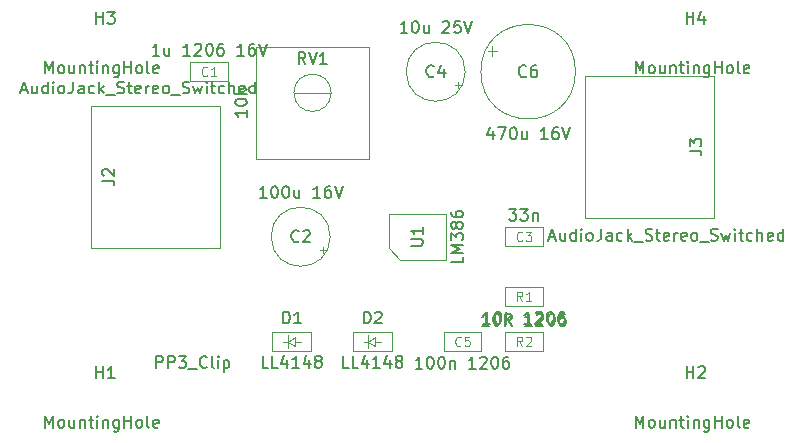
<source format=gbr>
G04 #@! TF.GenerationSoftware,KiCad,Pcbnew,(5.1.5-0-10_14)*
G04 #@! TF.CreationDate,2020-02-11T13:30:23+00:00*
G04 #@! TF.ProjectId,K1889054_A2000_01,4b313838-3930-4353-945f-41323030305f,1.0*
G04 #@! TF.SameCoordinates,Original*
G04 #@! TF.FileFunction,Other,Fab,Top*
%FSLAX46Y46*%
G04 Gerber Fmt 4.6, Leading zero omitted, Abs format (unit mm)*
G04 Created by KiCad (PCBNEW (5.1.5-0-10_14)) date 2020-02-11 13:30:23*
%MOMM*%
%LPD*%
G04 APERTURE LIST*
%ADD10C,0.100000*%
%ADD11C,0.120000*%
%ADD12C,0.150000*%
G04 APERTURE END LIST*
D10*
X129300000Y-104465000D02*
X129300000Y-101540000D01*
X129300000Y-101540000D02*
X134200000Y-101540000D01*
X134200000Y-101540000D02*
X134200000Y-105440000D01*
X134200000Y-105440000D02*
X130275000Y-105440000D01*
X130275000Y-105440000D02*
X129300000Y-104465000D01*
D11*
X104114800Y-104404400D02*
X104140200Y-92415600D01*
X115011400Y-104404400D02*
X104114800Y-104404400D01*
X115011400Y-92415600D02*
X115011400Y-104404400D01*
X104140200Y-92415600D02*
X115011400Y-92415600D01*
D10*
X138093241Y-87372500D02*
X138093241Y-88172500D01*
X137693241Y-87772500D02*
X138493241Y-87772500D01*
X145120000Y-89520000D02*
G75*
G03X145120000Y-89520000I-4000000J0D01*
G01*
X124435000Y-91301000D02*
G75*
G03X124435000Y-91301000I-1575000J0D01*
G01*
X127625000Y-87410000D02*
X118095000Y-87410000D01*
X118095000Y-87410000D02*
X118095000Y-96940000D01*
X118095000Y-96940000D02*
X127625000Y-96940000D01*
X127625000Y-96940000D02*
X127625000Y-87410000D01*
X121300000Y-91301000D02*
X124419000Y-91301000D01*
X121300000Y-91301000D02*
X124419000Y-91301000D01*
X139170000Y-111580000D02*
X142370000Y-111580000D01*
X139170000Y-113180000D02*
X139170000Y-111580000D01*
X142370000Y-113180000D02*
X139170000Y-113180000D01*
X142370000Y-111580000D02*
X142370000Y-113180000D01*
X142370000Y-109370000D02*
X139170000Y-109370000D01*
X142370000Y-107770000D02*
X142370000Y-109370000D01*
X139170000Y-107770000D02*
X142370000Y-107770000D01*
X139170000Y-109370000D02*
X139170000Y-107770000D01*
D11*
X156845200Y-89875600D02*
X156819800Y-101864400D01*
X145948600Y-89875600D02*
X156845200Y-89875600D01*
X145948600Y-101864400D02*
X145948600Y-89875600D01*
X156819800Y-101864400D02*
X145948600Y-101864400D01*
D10*
X127190000Y-112380000D02*
X127590000Y-112380000D01*
X127590000Y-112380000D02*
X127590000Y-111830000D01*
X127590000Y-112380000D02*
X127590000Y-112930000D01*
X127590000Y-112380000D02*
X128190000Y-111980000D01*
X128190000Y-111980000D02*
X128190000Y-112780000D01*
X128190000Y-112780000D02*
X127590000Y-112380000D01*
X128190000Y-112380000D02*
X128690000Y-112380000D01*
X126290000Y-111580000D02*
X129590000Y-111580000D01*
X126290000Y-113180000D02*
X126290000Y-111580000D01*
X129590000Y-113180000D02*
X126290000Y-113180000D01*
X129590000Y-111580000D02*
X129590000Y-113180000D01*
X120360000Y-112380000D02*
X120760000Y-112380000D01*
X120760000Y-112380000D02*
X120760000Y-111830000D01*
X120760000Y-112380000D02*
X120760000Y-112930000D01*
X120760000Y-112380000D02*
X121360000Y-111980000D01*
X121360000Y-111980000D02*
X121360000Y-112780000D01*
X121360000Y-112780000D02*
X120760000Y-112380000D01*
X121360000Y-112380000D02*
X121860000Y-112380000D01*
X119460000Y-111580000D02*
X122760000Y-111580000D01*
X119460000Y-113180000D02*
X119460000Y-111580000D01*
X122760000Y-113180000D02*
X119460000Y-113180000D01*
X122760000Y-111580000D02*
X122760000Y-113180000D01*
X137160000Y-113180000D02*
X133960000Y-113180000D01*
X137160000Y-111580000D02*
X137160000Y-113180000D01*
X133960000Y-111580000D02*
X137160000Y-111580000D01*
X133960000Y-113180000D02*
X133960000Y-111580000D01*
X135173605Y-90857500D02*
X135173605Y-90357500D01*
X135423605Y-90607500D02*
X134923605Y-90607500D01*
X135790000Y-89520000D02*
G75*
G03X135790000Y-89520000I-2500000J0D01*
G01*
X139170000Y-102690000D02*
X142370000Y-102690000D01*
X139170000Y-104290000D02*
X139170000Y-102690000D01*
X142370000Y-104290000D02*
X139170000Y-104290000D01*
X142370000Y-102690000D02*
X142370000Y-104290000D01*
X123743605Y-104827500D02*
X123743605Y-104327500D01*
X123993605Y-104577500D02*
X123493605Y-104577500D01*
X124360000Y-103490000D02*
G75*
G03X124360000Y-103490000I-2500000J0D01*
G01*
X112500000Y-88720000D02*
X115700000Y-88720000D01*
X112500000Y-90320000D02*
X112500000Y-88720000D01*
X115700000Y-90320000D02*
X112500000Y-90320000D01*
X115700000Y-88720000D02*
X115700000Y-90320000D01*
D12*
X135602380Y-105180476D02*
X135602380Y-105656666D01*
X134602380Y-105656666D01*
X135602380Y-104847142D02*
X134602380Y-104847142D01*
X135316666Y-104513809D01*
X134602380Y-104180476D01*
X135602380Y-104180476D01*
X134602380Y-103799523D02*
X134602380Y-103180476D01*
X134983333Y-103513809D01*
X134983333Y-103370952D01*
X135030952Y-103275714D01*
X135078571Y-103228095D01*
X135173809Y-103180476D01*
X135411904Y-103180476D01*
X135507142Y-103228095D01*
X135554761Y-103275714D01*
X135602380Y-103370952D01*
X135602380Y-103656666D01*
X135554761Y-103751904D01*
X135507142Y-103799523D01*
X135030952Y-102609047D02*
X134983333Y-102704285D01*
X134935714Y-102751904D01*
X134840476Y-102799523D01*
X134792857Y-102799523D01*
X134697619Y-102751904D01*
X134650000Y-102704285D01*
X134602380Y-102609047D01*
X134602380Y-102418571D01*
X134650000Y-102323333D01*
X134697619Y-102275714D01*
X134792857Y-102228095D01*
X134840476Y-102228095D01*
X134935714Y-102275714D01*
X134983333Y-102323333D01*
X135030952Y-102418571D01*
X135030952Y-102609047D01*
X135078571Y-102704285D01*
X135126190Y-102751904D01*
X135221428Y-102799523D01*
X135411904Y-102799523D01*
X135507142Y-102751904D01*
X135554761Y-102704285D01*
X135602380Y-102609047D01*
X135602380Y-102418571D01*
X135554761Y-102323333D01*
X135507142Y-102275714D01*
X135411904Y-102228095D01*
X135221428Y-102228095D01*
X135126190Y-102275714D01*
X135078571Y-102323333D01*
X135030952Y-102418571D01*
X134602380Y-101370952D02*
X134602380Y-101561428D01*
X134650000Y-101656666D01*
X134697619Y-101704285D01*
X134840476Y-101799523D01*
X135030952Y-101847142D01*
X135411904Y-101847142D01*
X135507142Y-101799523D01*
X135554761Y-101751904D01*
X135602380Y-101656666D01*
X135602380Y-101466190D01*
X135554761Y-101370952D01*
X135507142Y-101323333D01*
X135411904Y-101275714D01*
X135173809Y-101275714D01*
X135078571Y-101323333D01*
X135030952Y-101370952D01*
X134983333Y-101466190D01*
X134983333Y-101656666D01*
X135030952Y-101751904D01*
X135078571Y-101799523D01*
X135173809Y-101847142D01*
X131213333Y-104236666D02*
X132006666Y-104236666D01*
X132100000Y-104190000D01*
X132146666Y-104143333D01*
X132193333Y-104050000D01*
X132193333Y-103863333D01*
X132146666Y-103770000D01*
X132100000Y-103723333D01*
X132006666Y-103676666D01*
X131213333Y-103676666D01*
X132193333Y-102696666D02*
X132193333Y-103256666D01*
X132193333Y-102976666D02*
X131213333Y-102976666D01*
X131353333Y-103070000D01*
X131446666Y-103163333D01*
X131493333Y-103256666D01*
X98191428Y-91076666D02*
X98667619Y-91076666D01*
X98096190Y-91362380D02*
X98429523Y-90362380D01*
X98762857Y-91362380D01*
X99524761Y-90695714D02*
X99524761Y-91362380D01*
X99096190Y-90695714D02*
X99096190Y-91219523D01*
X99143809Y-91314761D01*
X99239047Y-91362380D01*
X99381904Y-91362380D01*
X99477142Y-91314761D01*
X99524761Y-91267142D01*
X100429523Y-91362380D02*
X100429523Y-90362380D01*
X100429523Y-91314761D02*
X100334285Y-91362380D01*
X100143809Y-91362380D01*
X100048571Y-91314761D01*
X100000952Y-91267142D01*
X99953333Y-91171904D01*
X99953333Y-90886190D01*
X100000952Y-90790952D01*
X100048571Y-90743333D01*
X100143809Y-90695714D01*
X100334285Y-90695714D01*
X100429523Y-90743333D01*
X100905714Y-91362380D02*
X100905714Y-90695714D01*
X100905714Y-90362380D02*
X100858095Y-90410000D01*
X100905714Y-90457619D01*
X100953333Y-90410000D01*
X100905714Y-90362380D01*
X100905714Y-90457619D01*
X101524761Y-91362380D02*
X101429523Y-91314761D01*
X101381904Y-91267142D01*
X101334285Y-91171904D01*
X101334285Y-90886190D01*
X101381904Y-90790952D01*
X101429523Y-90743333D01*
X101524761Y-90695714D01*
X101667619Y-90695714D01*
X101762857Y-90743333D01*
X101810476Y-90790952D01*
X101858095Y-90886190D01*
X101858095Y-91171904D01*
X101810476Y-91267142D01*
X101762857Y-91314761D01*
X101667619Y-91362380D01*
X101524761Y-91362380D01*
X102572380Y-90362380D02*
X102572380Y-91076666D01*
X102524761Y-91219523D01*
X102429523Y-91314761D01*
X102286666Y-91362380D01*
X102191428Y-91362380D01*
X103477142Y-91362380D02*
X103477142Y-90838571D01*
X103429523Y-90743333D01*
X103334285Y-90695714D01*
X103143809Y-90695714D01*
X103048571Y-90743333D01*
X103477142Y-91314761D02*
X103381904Y-91362380D01*
X103143809Y-91362380D01*
X103048571Y-91314761D01*
X103000952Y-91219523D01*
X103000952Y-91124285D01*
X103048571Y-91029047D01*
X103143809Y-90981428D01*
X103381904Y-90981428D01*
X103477142Y-90933809D01*
X104381904Y-91314761D02*
X104286666Y-91362380D01*
X104096190Y-91362380D01*
X104000952Y-91314761D01*
X103953333Y-91267142D01*
X103905714Y-91171904D01*
X103905714Y-90886190D01*
X103953333Y-90790952D01*
X104000952Y-90743333D01*
X104096190Y-90695714D01*
X104286666Y-90695714D01*
X104381904Y-90743333D01*
X104810476Y-91362380D02*
X104810476Y-90362380D01*
X104905714Y-90981428D02*
X105191428Y-91362380D01*
X105191428Y-90695714D02*
X104810476Y-91076666D01*
X105381904Y-91457619D02*
X106143809Y-91457619D01*
X106334285Y-91314761D02*
X106477142Y-91362380D01*
X106715238Y-91362380D01*
X106810476Y-91314761D01*
X106858095Y-91267142D01*
X106905714Y-91171904D01*
X106905714Y-91076666D01*
X106858095Y-90981428D01*
X106810476Y-90933809D01*
X106715238Y-90886190D01*
X106524761Y-90838571D01*
X106429523Y-90790952D01*
X106381904Y-90743333D01*
X106334285Y-90648095D01*
X106334285Y-90552857D01*
X106381904Y-90457619D01*
X106429523Y-90410000D01*
X106524761Y-90362380D01*
X106762857Y-90362380D01*
X106905714Y-90410000D01*
X107191428Y-90695714D02*
X107572380Y-90695714D01*
X107334285Y-90362380D02*
X107334285Y-91219523D01*
X107381904Y-91314761D01*
X107477142Y-91362380D01*
X107572380Y-91362380D01*
X108286666Y-91314761D02*
X108191428Y-91362380D01*
X108000952Y-91362380D01*
X107905714Y-91314761D01*
X107858095Y-91219523D01*
X107858095Y-90838571D01*
X107905714Y-90743333D01*
X108000952Y-90695714D01*
X108191428Y-90695714D01*
X108286666Y-90743333D01*
X108334285Y-90838571D01*
X108334285Y-90933809D01*
X107858095Y-91029047D01*
X108762857Y-91362380D02*
X108762857Y-90695714D01*
X108762857Y-90886190D02*
X108810476Y-90790952D01*
X108858095Y-90743333D01*
X108953333Y-90695714D01*
X109048571Y-90695714D01*
X109762857Y-91314761D02*
X109667619Y-91362380D01*
X109477142Y-91362380D01*
X109381904Y-91314761D01*
X109334285Y-91219523D01*
X109334285Y-90838571D01*
X109381904Y-90743333D01*
X109477142Y-90695714D01*
X109667619Y-90695714D01*
X109762857Y-90743333D01*
X109810476Y-90838571D01*
X109810476Y-90933809D01*
X109334285Y-91029047D01*
X110381904Y-91362380D02*
X110286666Y-91314761D01*
X110239047Y-91267142D01*
X110191428Y-91171904D01*
X110191428Y-90886190D01*
X110239047Y-90790952D01*
X110286666Y-90743333D01*
X110381904Y-90695714D01*
X110524761Y-90695714D01*
X110619999Y-90743333D01*
X110667619Y-90790952D01*
X110715238Y-90886190D01*
X110715238Y-91171904D01*
X110667619Y-91267142D01*
X110619999Y-91314761D01*
X110524761Y-91362380D01*
X110381904Y-91362380D01*
X110905714Y-91457619D02*
X111667619Y-91457619D01*
X111858095Y-91314761D02*
X112000952Y-91362380D01*
X112239047Y-91362380D01*
X112334285Y-91314761D01*
X112381904Y-91267142D01*
X112429523Y-91171904D01*
X112429523Y-91076666D01*
X112381904Y-90981428D01*
X112334285Y-90933809D01*
X112239047Y-90886190D01*
X112048571Y-90838571D01*
X111953333Y-90790952D01*
X111905714Y-90743333D01*
X111858095Y-90648095D01*
X111858095Y-90552857D01*
X111905714Y-90457619D01*
X111953333Y-90410000D01*
X112048571Y-90362380D01*
X112286666Y-90362380D01*
X112429523Y-90410000D01*
X112762857Y-90695714D02*
X112953333Y-91362380D01*
X113143809Y-90886190D01*
X113334285Y-91362380D01*
X113524761Y-90695714D01*
X113905714Y-91362380D02*
X113905714Y-90695714D01*
X113905714Y-90362380D02*
X113858095Y-90410000D01*
X113905714Y-90457619D01*
X113953333Y-90410000D01*
X113905714Y-90362380D01*
X113905714Y-90457619D01*
X114239047Y-90695714D02*
X114619999Y-90695714D01*
X114381904Y-90362380D02*
X114381904Y-91219523D01*
X114429523Y-91314761D01*
X114524761Y-91362380D01*
X114619999Y-91362380D01*
X115381904Y-91314761D02*
X115286666Y-91362380D01*
X115096190Y-91362380D01*
X115000952Y-91314761D01*
X114953333Y-91267142D01*
X114905714Y-91171904D01*
X114905714Y-90886190D01*
X114953333Y-90790952D01*
X115000952Y-90743333D01*
X115096190Y-90695714D01*
X115286666Y-90695714D01*
X115381904Y-90743333D01*
X115810476Y-91362380D02*
X115810476Y-90362380D01*
X116239047Y-91362380D02*
X116239047Y-90838571D01*
X116191428Y-90743333D01*
X116096190Y-90695714D01*
X115953333Y-90695714D01*
X115858095Y-90743333D01*
X115810476Y-90790952D01*
X117096190Y-91314761D02*
X117000952Y-91362380D01*
X116810476Y-91362380D01*
X116715238Y-91314761D01*
X116667619Y-91219523D01*
X116667619Y-90838571D01*
X116715238Y-90743333D01*
X116810476Y-90695714D01*
X117000952Y-90695714D01*
X117096190Y-90743333D01*
X117143809Y-90838571D01*
X117143809Y-90933809D01*
X116667619Y-91029047D01*
X118000952Y-91362380D02*
X118000952Y-90362380D01*
X118000952Y-91314761D02*
X117905714Y-91362380D01*
X117715238Y-91362380D01*
X117619999Y-91314761D01*
X117572380Y-91267142D01*
X117524761Y-91171904D01*
X117524761Y-90886190D01*
X117572380Y-90790952D01*
X117619999Y-90743333D01*
X117715238Y-90695714D01*
X117905714Y-90695714D01*
X118000952Y-90743333D01*
X105072380Y-98743333D02*
X105786666Y-98743333D01*
X105929523Y-98790952D01*
X106024761Y-98886190D01*
X106072380Y-99029047D01*
X106072380Y-99124285D01*
X105167619Y-98314761D02*
X105120000Y-98267142D01*
X105072380Y-98171904D01*
X105072380Y-97933809D01*
X105120000Y-97838571D01*
X105167619Y-97790952D01*
X105262857Y-97743333D01*
X105358095Y-97743333D01*
X105500952Y-97790952D01*
X106072380Y-98362380D01*
X106072380Y-97743333D01*
X138143809Y-94555714D02*
X138143809Y-95222380D01*
X137905714Y-94174761D02*
X137667619Y-94889047D01*
X138286666Y-94889047D01*
X138572380Y-94222380D02*
X139239047Y-94222380D01*
X138810476Y-95222380D01*
X139810476Y-94222380D02*
X139905714Y-94222380D01*
X140000952Y-94270000D01*
X140048571Y-94317619D01*
X140096190Y-94412857D01*
X140143809Y-94603333D01*
X140143809Y-94841428D01*
X140096190Y-95031904D01*
X140048571Y-95127142D01*
X140000952Y-95174761D01*
X139905714Y-95222380D01*
X139810476Y-95222380D01*
X139715238Y-95174761D01*
X139667619Y-95127142D01*
X139620000Y-95031904D01*
X139572380Y-94841428D01*
X139572380Y-94603333D01*
X139620000Y-94412857D01*
X139667619Y-94317619D01*
X139715238Y-94270000D01*
X139810476Y-94222380D01*
X141000952Y-94555714D02*
X141000952Y-95222380D01*
X140572380Y-94555714D02*
X140572380Y-95079523D01*
X140620000Y-95174761D01*
X140715238Y-95222380D01*
X140858095Y-95222380D01*
X140953333Y-95174761D01*
X141000952Y-95127142D01*
X142762857Y-95222380D02*
X142191428Y-95222380D01*
X142477142Y-95222380D02*
X142477142Y-94222380D01*
X142381904Y-94365238D01*
X142286666Y-94460476D01*
X142191428Y-94508095D01*
X143620000Y-94222380D02*
X143429523Y-94222380D01*
X143334285Y-94270000D01*
X143286666Y-94317619D01*
X143191428Y-94460476D01*
X143143809Y-94650952D01*
X143143809Y-95031904D01*
X143191428Y-95127142D01*
X143239047Y-95174761D01*
X143334285Y-95222380D01*
X143524761Y-95222380D01*
X143620000Y-95174761D01*
X143667619Y-95127142D01*
X143715238Y-95031904D01*
X143715238Y-94793809D01*
X143667619Y-94698571D01*
X143620000Y-94650952D01*
X143524761Y-94603333D01*
X143334285Y-94603333D01*
X143239047Y-94650952D01*
X143191428Y-94698571D01*
X143143809Y-94793809D01*
X144000952Y-94222380D02*
X144334285Y-95222380D01*
X144667619Y-94222380D01*
X140953333Y-89877142D02*
X140905714Y-89924761D01*
X140762857Y-89972380D01*
X140667619Y-89972380D01*
X140524761Y-89924761D01*
X140429523Y-89829523D01*
X140381904Y-89734285D01*
X140334285Y-89543809D01*
X140334285Y-89400952D01*
X140381904Y-89210476D01*
X140429523Y-89115238D01*
X140524761Y-89020000D01*
X140667619Y-88972380D01*
X140762857Y-88972380D01*
X140905714Y-89020000D01*
X140953333Y-89067619D01*
X141810476Y-88972380D02*
X141620000Y-88972380D01*
X141524761Y-89020000D01*
X141477142Y-89067619D01*
X141381904Y-89210476D01*
X141334285Y-89400952D01*
X141334285Y-89781904D01*
X141381904Y-89877142D01*
X141429523Y-89924761D01*
X141524761Y-89972380D01*
X141715238Y-89972380D01*
X141810476Y-89924761D01*
X141858095Y-89877142D01*
X141905714Y-89781904D01*
X141905714Y-89543809D01*
X141858095Y-89448571D01*
X141810476Y-89400952D01*
X141715238Y-89353333D01*
X141524761Y-89353333D01*
X141429523Y-89400952D01*
X141381904Y-89448571D01*
X141334285Y-89543809D01*
X117297380Y-92770238D02*
X117297380Y-93341666D01*
X117297380Y-93055952D02*
X116297380Y-93055952D01*
X116440238Y-93151190D01*
X116535476Y-93246428D01*
X116583095Y-93341666D01*
X116297380Y-92151190D02*
X116297380Y-92055952D01*
X116345000Y-91960714D01*
X116392619Y-91913095D01*
X116487857Y-91865476D01*
X116678333Y-91817857D01*
X116916428Y-91817857D01*
X117106904Y-91865476D01*
X117202142Y-91913095D01*
X117249761Y-91960714D01*
X117297380Y-92055952D01*
X117297380Y-92151190D01*
X117249761Y-92246428D01*
X117202142Y-92294047D01*
X117106904Y-92341666D01*
X116916428Y-92389285D01*
X116678333Y-92389285D01*
X116487857Y-92341666D01*
X116392619Y-92294047D01*
X116345000Y-92246428D01*
X116297380Y-92151190D01*
X117297380Y-91389285D02*
X116297380Y-91389285D01*
X116916428Y-91294047D02*
X117297380Y-91008333D01*
X116630714Y-91008333D02*
X117011666Y-91389285D01*
X122264761Y-88862380D02*
X121931428Y-88386190D01*
X121693333Y-88862380D02*
X121693333Y-87862380D01*
X122074285Y-87862380D01*
X122169523Y-87910000D01*
X122217142Y-87957619D01*
X122264761Y-88052857D01*
X122264761Y-88195714D01*
X122217142Y-88290952D01*
X122169523Y-88338571D01*
X122074285Y-88386190D01*
X121693333Y-88386190D01*
X122550476Y-87862380D02*
X122883809Y-88862380D01*
X123217142Y-87862380D01*
X124074285Y-88862380D02*
X123502857Y-88862380D01*
X123788571Y-88862380D02*
X123788571Y-87862380D01*
X123693333Y-88005238D01*
X123598095Y-88100476D01*
X123502857Y-88148095D01*
X137793809Y-111012380D02*
X137222380Y-111012380D01*
X137508095Y-111012380D02*
X137508095Y-110012380D01*
X137412857Y-110155238D01*
X137317619Y-110250476D01*
X137222380Y-110298095D01*
X138412857Y-110012380D02*
X138508095Y-110012380D01*
X138603333Y-110060000D01*
X138650952Y-110107619D01*
X138698571Y-110202857D01*
X138746190Y-110393333D01*
X138746190Y-110631428D01*
X138698571Y-110821904D01*
X138650952Y-110917142D01*
X138603333Y-110964761D01*
X138508095Y-111012380D01*
X138412857Y-111012380D01*
X138317619Y-110964761D01*
X138270000Y-110917142D01*
X138222380Y-110821904D01*
X138174761Y-110631428D01*
X138174761Y-110393333D01*
X138222380Y-110202857D01*
X138270000Y-110107619D01*
X138317619Y-110060000D01*
X138412857Y-110012380D01*
X139746190Y-111012380D02*
X139412857Y-110536190D01*
X139174761Y-111012380D02*
X139174761Y-110012380D01*
X139555714Y-110012380D01*
X139650952Y-110060000D01*
X139698571Y-110107619D01*
X139746190Y-110202857D01*
X139746190Y-110345714D01*
X139698571Y-110440952D01*
X139650952Y-110488571D01*
X139555714Y-110536190D01*
X139174761Y-110536190D01*
X141460476Y-111012380D02*
X140889047Y-111012380D01*
X141174761Y-111012380D02*
X141174761Y-110012380D01*
X141079523Y-110155238D01*
X140984285Y-110250476D01*
X140889047Y-110298095D01*
X141841428Y-110107619D02*
X141889047Y-110060000D01*
X141984285Y-110012380D01*
X142222380Y-110012380D01*
X142317619Y-110060000D01*
X142365238Y-110107619D01*
X142412857Y-110202857D01*
X142412857Y-110298095D01*
X142365238Y-110440952D01*
X141793809Y-111012380D01*
X142412857Y-111012380D01*
X143031904Y-110012380D02*
X143127142Y-110012380D01*
X143222380Y-110060000D01*
X143270000Y-110107619D01*
X143317619Y-110202857D01*
X143365238Y-110393333D01*
X143365238Y-110631428D01*
X143317619Y-110821904D01*
X143270000Y-110917142D01*
X143222380Y-110964761D01*
X143127142Y-111012380D01*
X143031904Y-111012380D01*
X142936666Y-110964761D01*
X142889047Y-110917142D01*
X142841428Y-110821904D01*
X142793809Y-110631428D01*
X142793809Y-110393333D01*
X142841428Y-110202857D01*
X142889047Y-110107619D01*
X142936666Y-110060000D01*
X143031904Y-110012380D01*
X144222380Y-110012380D02*
X144031904Y-110012380D01*
X143936666Y-110060000D01*
X143889047Y-110107619D01*
X143793809Y-110250476D01*
X143746190Y-110440952D01*
X143746190Y-110821904D01*
X143793809Y-110917142D01*
X143841428Y-110964761D01*
X143936666Y-111012380D01*
X144127142Y-111012380D01*
X144222380Y-110964761D01*
X144270000Y-110917142D01*
X144317619Y-110821904D01*
X144317619Y-110583809D01*
X144270000Y-110488571D01*
X144222380Y-110440952D01*
X144127142Y-110393333D01*
X143936666Y-110393333D01*
X143841428Y-110440952D01*
X143793809Y-110488571D01*
X143746190Y-110583809D01*
D11*
X140636666Y-112741904D02*
X140370000Y-112360952D01*
X140179523Y-112741904D02*
X140179523Y-111941904D01*
X140484285Y-111941904D01*
X140560476Y-111980000D01*
X140598571Y-112018095D01*
X140636666Y-112094285D01*
X140636666Y-112208571D01*
X140598571Y-112284761D01*
X140560476Y-112322857D01*
X140484285Y-112360952D01*
X140179523Y-112360952D01*
X140941428Y-112018095D02*
X140979523Y-111980000D01*
X141055714Y-111941904D01*
X141246190Y-111941904D01*
X141322380Y-111980000D01*
X141360476Y-112018095D01*
X141398571Y-112094285D01*
X141398571Y-112170476D01*
X141360476Y-112284761D01*
X140903333Y-112741904D01*
X141398571Y-112741904D01*
D12*
X137889047Y-110842380D02*
X137317619Y-110842380D01*
X137603333Y-110842380D02*
X137603333Y-109842380D01*
X137508095Y-109985238D01*
X137412857Y-110080476D01*
X137317619Y-110128095D01*
X138508095Y-109842380D02*
X138603333Y-109842380D01*
X138698571Y-109890000D01*
X138746190Y-109937619D01*
X138793809Y-110032857D01*
X138841428Y-110223333D01*
X138841428Y-110461428D01*
X138793809Y-110651904D01*
X138746190Y-110747142D01*
X138698571Y-110794761D01*
X138603333Y-110842380D01*
X138508095Y-110842380D01*
X138412857Y-110794761D01*
X138365238Y-110747142D01*
X138317619Y-110651904D01*
X138270000Y-110461428D01*
X138270000Y-110223333D01*
X138317619Y-110032857D01*
X138365238Y-109937619D01*
X138412857Y-109890000D01*
X138508095Y-109842380D01*
X139270000Y-110842380D02*
X139270000Y-109842380D01*
X139365238Y-110461428D02*
X139650952Y-110842380D01*
X139650952Y-110175714D02*
X139270000Y-110556666D01*
X141365238Y-110842380D02*
X140793809Y-110842380D01*
X141079523Y-110842380D02*
X141079523Y-109842380D01*
X140984285Y-109985238D01*
X140889047Y-110080476D01*
X140793809Y-110128095D01*
X141746190Y-109937619D02*
X141793809Y-109890000D01*
X141889047Y-109842380D01*
X142127142Y-109842380D01*
X142222380Y-109890000D01*
X142270000Y-109937619D01*
X142317619Y-110032857D01*
X142317619Y-110128095D01*
X142270000Y-110270952D01*
X141698571Y-110842380D01*
X142317619Y-110842380D01*
X142936666Y-109842380D02*
X143031904Y-109842380D01*
X143127142Y-109890000D01*
X143174761Y-109937619D01*
X143222380Y-110032857D01*
X143270000Y-110223333D01*
X143270000Y-110461428D01*
X143222380Y-110651904D01*
X143174761Y-110747142D01*
X143127142Y-110794761D01*
X143031904Y-110842380D01*
X142936666Y-110842380D01*
X142841428Y-110794761D01*
X142793809Y-110747142D01*
X142746190Y-110651904D01*
X142698571Y-110461428D01*
X142698571Y-110223333D01*
X142746190Y-110032857D01*
X142793809Y-109937619D01*
X142841428Y-109890000D01*
X142936666Y-109842380D01*
X144127142Y-109842380D02*
X143936666Y-109842380D01*
X143841428Y-109890000D01*
X143793809Y-109937619D01*
X143698571Y-110080476D01*
X143650952Y-110270952D01*
X143650952Y-110651904D01*
X143698571Y-110747142D01*
X143746190Y-110794761D01*
X143841428Y-110842380D01*
X144031904Y-110842380D01*
X144127142Y-110794761D01*
X144174761Y-110747142D01*
X144222380Y-110651904D01*
X144222380Y-110413809D01*
X144174761Y-110318571D01*
X144127142Y-110270952D01*
X144031904Y-110223333D01*
X143841428Y-110223333D01*
X143746190Y-110270952D01*
X143698571Y-110318571D01*
X143650952Y-110413809D01*
D11*
X140636666Y-108931904D02*
X140370000Y-108550952D01*
X140179523Y-108931904D02*
X140179523Y-108131904D01*
X140484285Y-108131904D01*
X140560476Y-108170000D01*
X140598571Y-108208095D01*
X140636666Y-108284285D01*
X140636666Y-108398571D01*
X140598571Y-108474761D01*
X140560476Y-108512857D01*
X140484285Y-108550952D01*
X140179523Y-108550952D01*
X141398571Y-108931904D02*
X140941428Y-108931904D01*
X141170000Y-108931904D02*
X141170000Y-108131904D01*
X141093809Y-108246190D01*
X141017619Y-108322380D01*
X140941428Y-108360476D01*
D12*
X109628571Y-114602380D02*
X109628571Y-113602380D01*
X110009523Y-113602380D01*
X110104761Y-113650000D01*
X110152380Y-113697619D01*
X110200000Y-113792857D01*
X110200000Y-113935714D01*
X110152380Y-114030952D01*
X110104761Y-114078571D01*
X110009523Y-114126190D01*
X109628571Y-114126190D01*
X110628571Y-114602380D02*
X110628571Y-113602380D01*
X111009523Y-113602380D01*
X111104761Y-113650000D01*
X111152380Y-113697619D01*
X111200000Y-113792857D01*
X111200000Y-113935714D01*
X111152380Y-114030952D01*
X111104761Y-114078571D01*
X111009523Y-114126190D01*
X110628571Y-114126190D01*
X111533333Y-113602380D02*
X112152380Y-113602380D01*
X111819047Y-113983333D01*
X111961904Y-113983333D01*
X112057142Y-114030952D01*
X112104761Y-114078571D01*
X112152380Y-114173809D01*
X112152380Y-114411904D01*
X112104761Y-114507142D01*
X112057142Y-114554761D01*
X111961904Y-114602380D01*
X111676190Y-114602380D01*
X111580952Y-114554761D01*
X111533333Y-114507142D01*
X112342857Y-114697619D02*
X113104761Y-114697619D01*
X113914285Y-114507142D02*
X113866666Y-114554761D01*
X113723809Y-114602380D01*
X113628571Y-114602380D01*
X113485714Y-114554761D01*
X113390476Y-114459523D01*
X113342857Y-114364285D01*
X113295238Y-114173809D01*
X113295238Y-114030952D01*
X113342857Y-113840476D01*
X113390476Y-113745238D01*
X113485714Y-113650000D01*
X113628571Y-113602380D01*
X113723809Y-113602380D01*
X113866666Y-113650000D01*
X113914285Y-113697619D01*
X114485714Y-114602380D02*
X114390476Y-114554761D01*
X114342857Y-114459523D01*
X114342857Y-113602380D01*
X114866666Y-114602380D02*
X114866666Y-113935714D01*
X114866666Y-113602380D02*
X114819047Y-113650000D01*
X114866666Y-113697619D01*
X114914285Y-113650000D01*
X114866666Y-113602380D01*
X114866666Y-113697619D01*
X115342857Y-113935714D02*
X115342857Y-114935714D01*
X115342857Y-113983333D02*
X115438095Y-113935714D01*
X115628571Y-113935714D01*
X115723809Y-113983333D01*
X115771428Y-114030952D01*
X115819047Y-114126190D01*
X115819047Y-114411904D01*
X115771428Y-114507142D01*
X115723809Y-114554761D01*
X115628571Y-114602380D01*
X115438095Y-114602380D01*
X115342857Y-114554761D01*
X142911428Y-103536666D02*
X143387619Y-103536666D01*
X142816190Y-103822380D02*
X143149523Y-102822380D01*
X143482857Y-103822380D01*
X144244761Y-103155714D02*
X144244761Y-103822380D01*
X143816190Y-103155714D02*
X143816190Y-103679523D01*
X143863809Y-103774761D01*
X143959047Y-103822380D01*
X144101904Y-103822380D01*
X144197142Y-103774761D01*
X144244761Y-103727142D01*
X145149523Y-103822380D02*
X145149523Y-102822380D01*
X145149523Y-103774761D02*
X145054285Y-103822380D01*
X144863809Y-103822380D01*
X144768571Y-103774761D01*
X144720952Y-103727142D01*
X144673333Y-103631904D01*
X144673333Y-103346190D01*
X144720952Y-103250952D01*
X144768571Y-103203333D01*
X144863809Y-103155714D01*
X145054285Y-103155714D01*
X145149523Y-103203333D01*
X145625714Y-103822380D02*
X145625714Y-103155714D01*
X145625714Y-102822380D02*
X145578095Y-102870000D01*
X145625714Y-102917619D01*
X145673333Y-102870000D01*
X145625714Y-102822380D01*
X145625714Y-102917619D01*
X146244761Y-103822380D02*
X146149523Y-103774761D01*
X146101904Y-103727142D01*
X146054285Y-103631904D01*
X146054285Y-103346190D01*
X146101904Y-103250952D01*
X146149523Y-103203333D01*
X146244761Y-103155714D01*
X146387619Y-103155714D01*
X146482857Y-103203333D01*
X146530476Y-103250952D01*
X146578095Y-103346190D01*
X146578095Y-103631904D01*
X146530476Y-103727142D01*
X146482857Y-103774761D01*
X146387619Y-103822380D01*
X146244761Y-103822380D01*
X147292380Y-102822380D02*
X147292380Y-103536666D01*
X147244761Y-103679523D01*
X147149523Y-103774761D01*
X147006666Y-103822380D01*
X146911428Y-103822380D01*
X148197142Y-103822380D02*
X148197142Y-103298571D01*
X148149523Y-103203333D01*
X148054285Y-103155714D01*
X147863809Y-103155714D01*
X147768571Y-103203333D01*
X148197142Y-103774761D02*
X148101904Y-103822380D01*
X147863809Y-103822380D01*
X147768571Y-103774761D01*
X147720952Y-103679523D01*
X147720952Y-103584285D01*
X147768571Y-103489047D01*
X147863809Y-103441428D01*
X148101904Y-103441428D01*
X148197142Y-103393809D01*
X149101904Y-103774761D02*
X149006666Y-103822380D01*
X148816190Y-103822380D01*
X148720952Y-103774761D01*
X148673333Y-103727142D01*
X148625714Y-103631904D01*
X148625714Y-103346190D01*
X148673333Y-103250952D01*
X148720952Y-103203333D01*
X148816190Y-103155714D01*
X149006666Y-103155714D01*
X149101904Y-103203333D01*
X149530476Y-103822380D02*
X149530476Y-102822380D01*
X149625714Y-103441428D02*
X149911428Y-103822380D01*
X149911428Y-103155714D02*
X149530476Y-103536666D01*
X150101904Y-103917619D02*
X150863809Y-103917619D01*
X151054285Y-103774761D02*
X151197142Y-103822380D01*
X151435238Y-103822380D01*
X151530476Y-103774761D01*
X151578095Y-103727142D01*
X151625714Y-103631904D01*
X151625714Y-103536666D01*
X151578095Y-103441428D01*
X151530476Y-103393809D01*
X151435238Y-103346190D01*
X151244761Y-103298571D01*
X151149523Y-103250952D01*
X151101904Y-103203333D01*
X151054285Y-103108095D01*
X151054285Y-103012857D01*
X151101904Y-102917619D01*
X151149523Y-102870000D01*
X151244761Y-102822380D01*
X151482857Y-102822380D01*
X151625714Y-102870000D01*
X151911428Y-103155714D02*
X152292380Y-103155714D01*
X152054285Y-102822380D02*
X152054285Y-103679523D01*
X152101904Y-103774761D01*
X152197142Y-103822380D01*
X152292380Y-103822380D01*
X153006666Y-103774761D02*
X152911428Y-103822380D01*
X152720952Y-103822380D01*
X152625714Y-103774761D01*
X152578095Y-103679523D01*
X152578095Y-103298571D01*
X152625714Y-103203333D01*
X152720952Y-103155714D01*
X152911428Y-103155714D01*
X153006666Y-103203333D01*
X153054285Y-103298571D01*
X153054285Y-103393809D01*
X152578095Y-103489047D01*
X153482857Y-103822380D02*
X153482857Y-103155714D01*
X153482857Y-103346190D02*
X153530476Y-103250952D01*
X153578095Y-103203333D01*
X153673333Y-103155714D01*
X153768571Y-103155714D01*
X154482857Y-103774761D02*
X154387619Y-103822380D01*
X154197142Y-103822380D01*
X154101904Y-103774761D01*
X154054285Y-103679523D01*
X154054285Y-103298571D01*
X154101904Y-103203333D01*
X154197142Y-103155714D01*
X154387619Y-103155714D01*
X154482857Y-103203333D01*
X154530476Y-103298571D01*
X154530476Y-103393809D01*
X154054285Y-103489047D01*
X155101904Y-103822380D02*
X155006666Y-103774761D01*
X154959047Y-103727142D01*
X154911428Y-103631904D01*
X154911428Y-103346190D01*
X154959047Y-103250952D01*
X155006666Y-103203333D01*
X155101904Y-103155714D01*
X155244761Y-103155714D01*
X155340000Y-103203333D01*
X155387619Y-103250952D01*
X155435238Y-103346190D01*
X155435238Y-103631904D01*
X155387619Y-103727142D01*
X155340000Y-103774761D01*
X155244761Y-103822380D01*
X155101904Y-103822380D01*
X155625714Y-103917619D02*
X156387619Y-103917619D01*
X156578095Y-103774761D02*
X156720952Y-103822380D01*
X156959047Y-103822380D01*
X157054285Y-103774761D01*
X157101904Y-103727142D01*
X157149523Y-103631904D01*
X157149523Y-103536666D01*
X157101904Y-103441428D01*
X157054285Y-103393809D01*
X156959047Y-103346190D01*
X156768571Y-103298571D01*
X156673333Y-103250952D01*
X156625714Y-103203333D01*
X156578095Y-103108095D01*
X156578095Y-103012857D01*
X156625714Y-102917619D01*
X156673333Y-102870000D01*
X156768571Y-102822380D01*
X157006666Y-102822380D01*
X157149523Y-102870000D01*
X157482857Y-103155714D02*
X157673333Y-103822380D01*
X157863809Y-103346190D01*
X158054285Y-103822380D01*
X158244761Y-103155714D01*
X158625714Y-103822380D02*
X158625714Y-103155714D01*
X158625714Y-102822380D02*
X158578095Y-102870000D01*
X158625714Y-102917619D01*
X158673333Y-102870000D01*
X158625714Y-102822380D01*
X158625714Y-102917619D01*
X158959047Y-103155714D02*
X159340000Y-103155714D01*
X159101904Y-102822380D02*
X159101904Y-103679523D01*
X159149523Y-103774761D01*
X159244761Y-103822380D01*
X159340000Y-103822380D01*
X160101904Y-103774761D02*
X160006666Y-103822380D01*
X159816190Y-103822380D01*
X159720952Y-103774761D01*
X159673333Y-103727142D01*
X159625714Y-103631904D01*
X159625714Y-103346190D01*
X159673333Y-103250952D01*
X159720952Y-103203333D01*
X159816190Y-103155714D01*
X160006666Y-103155714D01*
X160101904Y-103203333D01*
X160530476Y-103822380D02*
X160530476Y-102822380D01*
X160959047Y-103822380D02*
X160959047Y-103298571D01*
X160911428Y-103203333D01*
X160816190Y-103155714D01*
X160673333Y-103155714D01*
X160578095Y-103203333D01*
X160530476Y-103250952D01*
X161816190Y-103774761D02*
X161720952Y-103822380D01*
X161530476Y-103822380D01*
X161435238Y-103774761D01*
X161387619Y-103679523D01*
X161387619Y-103298571D01*
X161435238Y-103203333D01*
X161530476Y-103155714D01*
X161720952Y-103155714D01*
X161816190Y-103203333D01*
X161863809Y-103298571D01*
X161863809Y-103393809D01*
X161387619Y-103489047D01*
X162720952Y-103822380D02*
X162720952Y-102822380D01*
X162720952Y-103774761D02*
X162625714Y-103822380D01*
X162435238Y-103822380D01*
X162340000Y-103774761D01*
X162292380Y-103727142D01*
X162244761Y-103631904D01*
X162244761Y-103346190D01*
X162292380Y-103250952D01*
X162340000Y-103203333D01*
X162435238Y-103155714D01*
X162625714Y-103155714D01*
X162720952Y-103203333D01*
X154792380Y-96203333D02*
X155506666Y-96203333D01*
X155649523Y-96250952D01*
X155744761Y-96346190D01*
X155792380Y-96489047D01*
X155792380Y-96584285D01*
X154792380Y-95822380D02*
X154792380Y-95203333D01*
X155173333Y-95536666D01*
X155173333Y-95393809D01*
X155220952Y-95298571D01*
X155268571Y-95250952D01*
X155363809Y-95203333D01*
X155601904Y-95203333D01*
X155697142Y-95250952D01*
X155744761Y-95298571D01*
X155792380Y-95393809D01*
X155792380Y-95679523D01*
X155744761Y-95774761D01*
X155697142Y-95822380D01*
X125940000Y-114582380D02*
X125463809Y-114582380D01*
X125463809Y-113582380D01*
X126749523Y-114582380D02*
X126273333Y-114582380D01*
X126273333Y-113582380D01*
X127511428Y-113915714D02*
X127511428Y-114582380D01*
X127273333Y-113534761D02*
X127035238Y-114249047D01*
X127654285Y-114249047D01*
X128559047Y-114582380D02*
X127987619Y-114582380D01*
X128273333Y-114582380D02*
X128273333Y-113582380D01*
X128178095Y-113725238D01*
X128082857Y-113820476D01*
X127987619Y-113868095D01*
X129416190Y-113915714D02*
X129416190Y-114582380D01*
X129178095Y-113534761D02*
X128940000Y-114249047D01*
X129559047Y-114249047D01*
X130082857Y-114010952D02*
X129987619Y-113963333D01*
X129940000Y-113915714D01*
X129892380Y-113820476D01*
X129892380Y-113772857D01*
X129940000Y-113677619D01*
X129987619Y-113630000D01*
X130082857Y-113582380D01*
X130273333Y-113582380D01*
X130368571Y-113630000D01*
X130416190Y-113677619D01*
X130463809Y-113772857D01*
X130463809Y-113820476D01*
X130416190Y-113915714D01*
X130368571Y-113963333D01*
X130273333Y-114010952D01*
X130082857Y-114010952D01*
X129987619Y-114058571D01*
X129940000Y-114106190D01*
X129892380Y-114201428D01*
X129892380Y-114391904D01*
X129940000Y-114487142D01*
X129987619Y-114534761D01*
X130082857Y-114582380D01*
X130273333Y-114582380D01*
X130368571Y-114534761D01*
X130416190Y-114487142D01*
X130463809Y-114391904D01*
X130463809Y-114201428D01*
X130416190Y-114106190D01*
X130368571Y-114058571D01*
X130273333Y-114010952D01*
X127201904Y-110832380D02*
X127201904Y-109832380D01*
X127440000Y-109832380D01*
X127582857Y-109880000D01*
X127678095Y-109975238D01*
X127725714Y-110070476D01*
X127773333Y-110260952D01*
X127773333Y-110403809D01*
X127725714Y-110594285D01*
X127678095Y-110689523D01*
X127582857Y-110784761D01*
X127440000Y-110832380D01*
X127201904Y-110832380D01*
X128154285Y-109927619D02*
X128201904Y-109880000D01*
X128297142Y-109832380D01*
X128535238Y-109832380D01*
X128630476Y-109880000D01*
X128678095Y-109927619D01*
X128725714Y-110022857D01*
X128725714Y-110118095D01*
X128678095Y-110260952D01*
X128106666Y-110832380D01*
X128725714Y-110832380D01*
X119110000Y-114582380D02*
X118633809Y-114582380D01*
X118633809Y-113582380D01*
X119919523Y-114582380D02*
X119443333Y-114582380D01*
X119443333Y-113582380D01*
X120681428Y-113915714D02*
X120681428Y-114582380D01*
X120443333Y-113534761D02*
X120205238Y-114249047D01*
X120824285Y-114249047D01*
X121729047Y-114582380D02*
X121157619Y-114582380D01*
X121443333Y-114582380D02*
X121443333Y-113582380D01*
X121348095Y-113725238D01*
X121252857Y-113820476D01*
X121157619Y-113868095D01*
X122586190Y-113915714D02*
X122586190Y-114582380D01*
X122348095Y-113534761D02*
X122110000Y-114249047D01*
X122729047Y-114249047D01*
X123252857Y-114010952D02*
X123157619Y-113963333D01*
X123110000Y-113915714D01*
X123062380Y-113820476D01*
X123062380Y-113772857D01*
X123110000Y-113677619D01*
X123157619Y-113630000D01*
X123252857Y-113582380D01*
X123443333Y-113582380D01*
X123538571Y-113630000D01*
X123586190Y-113677619D01*
X123633809Y-113772857D01*
X123633809Y-113820476D01*
X123586190Y-113915714D01*
X123538571Y-113963333D01*
X123443333Y-114010952D01*
X123252857Y-114010952D01*
X123157619Y-114058571D01*
X123110000Y-114106190D01*
X123062380Y-114201428D01*
X123062380Y-114391904D01*
X123110000Y-114487142D01*
X123157619Y-114534761D01*
X123252857Y-114582380D01*
X123443333Y-114582380D01*
X123538571Y-114534761D01*
X123586190Y-114487142D01*
X123633809Y-114391904D01*
X123633809Y-114201428D01*
X123586190Y-114106190D01*
X123538571Y-114058571D01*
X123443333Y-114010952D01*
X120371904Y-110832380D02*
X120371904Y-109832380D01*
X120610000Y-109832380D01*
X120752857Y-109880000D01*
X120848095Y-109975238D01*
X120895714Y-110070476D01*
X120943333Y-110260952D01*
X120943333Y-110403809D01*
X120895714Y-110594285D01*
X120848095Y-110689523D01*
X120752857Y-110784761D01*
X120610000Y-110832380D01*
X120371904Y-110832380D01*
X121895714Y-110832380D02*
X121324285Y-110832380D01*
X121610000Y-110832380D02*
X121610000Y-109832380D01*
X121514761Y-109975238D01*
X121419523Y-110070476D01*
X121324285Y-110118095D01*
X132155238Y-114652380D02*
X131583809Y-114652380D01*
X131869523Y-114652380D02*
X131869523Y-113652380D01*
X131774285Y-113795238D01*
X131679047Y-113890476D01*
X131583809Y-113938095D01*
X132774285Y-113652380D02*
X132869523Y-113652380D01*
X132964761Y-113700000D01*
X133012380Y-113747619D01*
X133060000Y-113842857D01*
X133107619Y-114033333D01*
X133107619Y-114271428D01*
X133060000Y-114461904D01*
X133012380Y-114557142D01*
X132964761Y-114604761D01*
X132869523Y-114652380D01*
X132774285Y-114652380D01*
X132679047Y-114604761D01*
X132631428Y-114557142D01*
X132583809Y-114461904D01*
X132536190Y-114271428D01*
X132536190Y-114033333D01*
X132583809Y-113842857D01*
X132631428Y-113747619D01*
X132679047Y-113700000D01*
X132774285Y-113652380D01*
X133726666Y-113652380D02*
X133821904Y-113652380D01*
X133917142Y-113700000D01*
X133964761Y-113747619D01*
X134012380Y-113842857D01*
X134060000Y-114033333D01*
X134060000Y-114271428D01*
X134012380Y-114461904D01*
X133964761Y-114557142D01*
X133917142Y-114604761D01*
X133821904Y-114652380D01*
X133726666Y-114652380D01*
X133631428Y-114604761D01*
X133583809Y-114557142D01*
X133536190Y-114461904D01*
X133488571Y-114271428D01*
X133488571Y-114033333D01*
X133536190Y-113842857D01*
X133583809Y-113747619D01*
X133631428Y-113700000D01*
X133726666Y-113652380D01*
X134488571Y-113985714D02*
X134488571Y-114652380D01*
X134488571Y-114080952D02*
X134536190Y-114033333D01*
X134631428Y-113985714D01*
X134774285Y-113985714D01*
X134869523Y-114033333D01*
X134917142Y-114128571D01*
X134917142Y-114652380D01*
X136679047Y-114652380D02*
X136107619Y-114652380D01*
X136393333Y-114652380D02*
X136393333Y-113652380D01*
X136298095Y-113795238D01*
X136202857Y-113890476D01*
X136107619Y-113938095D01*
X137060000Y-113747619D02*
X137107619Y-113700000D01*
X137202857Y-113652380D01*
X137440952Y-113652380D01*
X137536190Y-113700000D01*
X137583809Y-113747619D01*
X137631428Y-113842857D01*
X137631428Y-113938095D01*
X137583809Y-114080952D01*
X137012380Y-114652380D01*
X137631428Y-114652380D01*
X138250476Y-113652380D02*
X138345714Y-113652380D01*
X138440952Y-113700000D01*
X138488571Y-113747619D01*
X138536190Y-113842857D01*
X138583809Y-114033333D01*
X138583809Y-114271428D01*
X138536190Y-114461904D01*
X138488571Y-114557142D01*
X138440952Y-114604761D01*
X138345714Y-114652380D01*
X138250476Y-114652380D01*
X138155238Y-114604761D01*
X138107619Y-114557142D01*
X138060000Y-114461904D01*
X138012380Y-114271428D01*
X138012380Y-114033333D01*
X138060000Y-113842857D01*
X138107619Y-113747619D01*
X138155238Y-113700000D01*
X138250476Y-113652380D01*
X139440952Y-113652380D02*
X139250476Y-113652380D01*
X139155238Y-113700000D01*
X139107619Y-113747619D01*
X139012380Y-113890476D01*
X138964761Y-114080952D01*
X138964761Y-114461904D01*
X139012380Y-114557142D01*
X139060000Y-114604761D01*
X139155238Y-114652380D01*
X139345714Y-114652380D01*
X139440952Y-114604761D01*
X139488571Y-114557142D01*
X139536190Y-114461904D01*
X139536190Y-114223809D01*
X139488571Y-114128571D01*
X139440952Y-114080952D01*
X139345714Y-114033333D01*
X139155238Y-114033333D01*
X139060000Y-114080952D01*
X139012380Y-114128571D01*
X138964761Y-114223809D01*
D11*
X135426666Y-112665714D02*
X135388571Y-112703809D01*
X135274285Y-112741904D01*
X135198095Y-112741904D01*
X135083809Y-112703809D01*
X135007619Y-112627619D01*
X134969523Y-112551428D01*
X134931428Y-112399047D01*
X134931428Y-112284761D01*
X134969523Y-112132380D01*
X135007619Y-112056190D01*
X135083809Y-111980000D01*
X135198095Y-111941904D01*
X135274285Y-111941904D01*
X135388571Y-111980000D01*
X135426666Y-112018095D01*
X136150476Y-111941904D02*
X135769523Y-111941904D01*
X135731428Y-112322857D01*
X135769523Y-112284761D01*
X135845714Y-112246666D01*
X136036190Y-112246666D01*
X136112380Y-112284761D01*
X136150476Y-112322857D01*
X136188571Y-112399047D01*
X136188571Y-112589523D01*
X136150476Y-112665714D01*
X136112380Y-112703809D01*
X136036190Y-112741904D01*
X135845714Y-112741904D01*
X135769523Y-112703809D01*
X135731428Y-112665714D01*
D12*
X130885238Y-86222380D02*
X130313809Y-86222380D01*
X130599523Y-86222380D02*
X130599523Y-85222380D01*
X130504285Y-85365238D01*
X130409047Y-85460476D01*
X130313809Y-85508095D01*
X131504285Y-85222380D02*
X131599523Y-85222380D01*
X131694761Y-85270000D01*
X131742380Y-85317619D01*
X131790000Y-85412857D01*
X131837619Y-85603333D01*
X131837619Y-85841428D01*
X131790000Y-86031904D01*
X131742380Y-86127142D01*
X131694761Y-86174761D01*
X131599523Y-86222380D01*
X131504285Y-86222380D01*
X131409047Y-86174761D01*
X131361428Y-86127142D01*
X131313809Y-86031904D01*
X131266190Y-85841428D01*
X131266190Y-85603333D01*
X131313809Y-85412857D01*
X131361428Y-85317619D01*
X131409047Y-85270000D01*
X131504285Y-85222380D01*
X132694761Y-85555714D02*
X132694761Y-86222380D01*
X132266190Y-85555714D02*
X132266190Y-86079523D01*
X132313809Y-86174761D01*
X132409047Y-86222380D01*
X132551904Y-86222380D01*
X132647142Y-86174761D01*
X132694761Y-86127142D01*
X133885238Y-85317619D02*
X133932857Y-85270000D01*
X134028095Y-85222380D01*
X134266190Y-85222380D01*
X134361428Y-85270000D01*
X134409047Y-85317619D01*
X134456666Y-85412857D01*
X134456666Y-85508095D01*
X134409047Y-85650952D01*
X133837619Y-86222380D01*
X134456666Y-86222380D01*
X135361428Y-85222380D02*
X134885238Y-85222380D01*
X134837619Y-85698571D01*
X134885238Y-85650952D01*
X134980476Y-85603333D01*
X135218571Y-85603333D01*
X135313809Y-85650952D01*
X135361428Y-85698571D01*
X135409047Y-85793809D01*
X135409047Y-86031904D01*
X135361428Y-86127142D01*
X135313809Y-86174761D01*
X135218571Y-86222380D01*
X134980476Y-86222380D01*
X134885238Y-86174761D01*
X134837619Y-86127142D01*
X135694761Y-85222380D02*
X136028095Y-86222380D01*
X136361428Y-85222380D01*
X133123333Y-89877142D02*
X133075714Y-89924761D01*
X132932857Y-89972380D01*
X132837619Y-89972380D01*
X132694761Y-89924761D01*
X132599523Y-89829523D01*
X132551904Y-89734285D01*
X132504285Y-89543809D01*
X132504285Y-89400952D01*
X132551904Y-89210476D01*
X132599523Y-89115238D01*
X132694761Y-89020000D01*
X132837619Y-88972380D01*
X132932857Y-88972380D01*
X133075714Y-89020000D01*
X133123333Y-89067619D01*
X133980476Y-89305714D02*
X133980476Y-89972380D01*
X133742380Y-88924761D02*
X133504285Y-89639047D01*
X134123333Y-89639047D01*
X139508095Y-101122380D02*
X140127142Y-101122380D01*
X139793809Y-101503333D01*
X139936666Y-101503333D01*
X140031904Y-101550952D01*
X140079523Y-101598571D01*
X140127142Y-101693809D01*
X140127142Y-101931904D01*
X140079523Y-102027142D01*
X140031904Y-102074761D01*
X139936666Y-102122380D01*
X139650952Y-102122380D01*
X139555714Y-102074761D01*
X139508095Y-102027142D01*
X140460476Y-101122380D02*
X141079523Y-101122380D01*
X140746190Y-101503333D01*
X140889047Y-101503333D01*
X140984285Y-101550952D01*
X141031904Y-101598571D01*
X141079523Y-101693809D01*
X141079523Y-101931904D01*
X141031904Y-102027142D01*
X140984285Y-102074761D01*
X140889047Y-102122380D01*
X140603333Y-102122380D01*
X140508095Y-102074761D01*
X140460476Y-102027142D01*
X141508095Y-101455714D02*
X141508095Y-102122380D01*
X141508095Y-101550952D02*
X141555714Y-101503333D01*
X141650952Y-101455714D01*
X141793809Y-101455714D01*
X141889047Y-101503333D01*
X141936666Y-101598571D01*
X141936666Y-102122380D01*
D11*
X140636666Y-103775714D02*
X140598571Y-103813809D01*
X140484285Y-103851904D01*
X140408095Y-103851904D01*
X140293809Y-103813809D01*
X140217619Y-103737619D01*
X140179523Y-103661428D01*
X140141428Y-103509047D01*
X140141428Y-103394761D01*
X140179523Y-103242380D01*
X140217619Y-103166190D01*
X140293809Y-103090000D01*
X140408095Y-103051904D01*
X140484285Y-103051904D01*
X140598571Y-103090000D01*
X140636666Y-103128095D01*
X140903333Y-103051904D02*
X141398571Y-103051904D01*
X141131904Y-103356666D01*
X141246190Y-103356666D01*
X141322380Y-103394761D01*
X141360476Y-103432857D01*
X141398571Y-103509047D01*
X141398571Y-103699523D01*
X141360476Y-103775714D01*
X141322380Y-103813809D01*
X141246190Y-103851904D01*
X141017619Y-103851904D01*
X140941428Y-103813809D01*
X140903333Y-103775714D01*
D12*
X118979047Y-100192380D02*
X118407619Y-100192380D01*
X118693333Y-100192380D02*
X118693333Y-99192380D01*
X118598095Y-99335238D01*
X118502857Y-99430476D01*
X118407619Y-99478095D01*
X119598095Y-99192380D02*
X119693333Y-99192380D01*
X119788571Y-99240000D01*
X119836190Y-99287619D01*
X119883809Y-99382857D01*
X119931428Y-99573333D01*
X119931428Y-99811428D01*
X119883809Y-100001904D01*
X119836190Y-100097142D01*
X119788571Y-100144761D01*
X119693333Y-100192380D01*
X119598095Y-100192380D01*
X119502857Y-100144761D01*
X119455238Y-100097142D01*
X119407619Y-100001904D01*
X119360000Y-99811428D01*
X119360000Y-99573333D01*
X119407619Y-99382857D01*
X119455238Y-99287619D01*
X119502857Y-99240000D01*
X119598095Y-99192380D01*
X120550476Y-99192380D02*
X120645714Y-99192380D01*
X120740952Y-99240000D01*
X120788571Y-99287619D01*
X120836190Y-99382857D01*
X120883809Y-99573333D01*
X120883809Y-99811428D01*
X120836190Y-100001904D01*
X120788571Y-100097142D01*
X120740952Y-100144761D01*
X120645714Y-100192380D01*
X120550476Y-100192380D01*
X120455238Y-100144761D01*
X120407619Y-100097142D01*
X120360000Y-100001904D01*
X120312380Y-99811428D01*
X120312380Y-99573333D01*
X120360000Y-99382857D01*
X120407619Y-99287619D01*
X120455238Y-99240000D01*
X120550476Y-99192380D01*
X121740952Y-99525714D02*
X121740952Y-100192380D01*
X121312380Y-99525714D02*
X121312380Y-100049523D01*
X121360000Y-100144761D01*
X121455238Y-100192380D01*
X121598095Y-100192380D01*
X121693333Y-100144761D01*
X121740952Y-100097142D01*
X123502857Y-100192380D02*
X122931428Y-100192380D01*
X123217142Y-100192380D02*
X123217142Y-99192380D01*
X123121904Y-99335238D01*
X123026666Y-99430476D01*
X122931428Y-99478095D01*
X124360000Y-99192380D02*
X124169523Y-99192380D01*
X124074285Y-99240000D01*
X124026666Y-99287619D01*
X123931428Y-99430476D01*
X123883809Y-99620952D01*
X123883809Y-100001904D01*
X123931428Y-100097142D01*
X123979047Y-100144761D01*
X124074285Y-100192380D01*
X124264761Y-100192380D01*
X124360000Y-100144761D01*
X124407619Y-100097142D01*
X124455238Y-100001904D01*
X124455238Y-99763809D01*
X124407619Y-99668571D01*
X124360000Y-99620952D01*
X124264761Y-99573333D01*
X124074285Y-99573333D01*
X123979047Y-99620952D01*
X123931428Y-99668571D01*
X123883809Y-99763809D01*
X124740952Y-99192380D02*
X125074285Y-100192380D01*
X125407619Y-99192380D01*
X121693333Y-103847142D02*
X121645714Y-103894761D01*
X121502857Y-103942380D01*
X121407619Y-103942380D01*
X121264761Y-103894761D01*
X121169523Y-103799523D01*
X121121904Y-103704285D01*
X121074285Y-103513809D01*
X121074285Y-103370952D01*
X121121904Y-103180476D01*
X121169523Y-103085238D01*
X121264761Y-102990000D01*
X121407619Y-102942380D01*
X121502857Y-102942380D01*
X121645714Y-102990000D01*
X121693333Y-103037619D01*
X122074285Y-103037619D02*
X122121904Y-102990000D01*
X122217142Y-102942380D01*
X122455238Y-102942380D01*
X122550476Y-102990000D01*
X122598095Y-103037619D01*
X122645714Y-103132857D01*
X122645714Y-103228095D01*
X122598095Y-103370952D01*
X122026666Y-103942380D01*
X122645714Y-103942380D01*
X109885714Y-88152380D02*
X109314285Y-88152380D01*
X109600000Y-88152380D02*
X109600000Y-87152380D01*
X109504761Y-87295238D01*
X109409523Y-87390476D01*
X109314285Y-87438095D01*
X110742857Y-87485714D02*
X110742857Y-88152380D01*
X110314285Y-87485714D02*
X110314285Y-88009523D01*
X110361904Y-88104761D01*
X110457142Y-88152380D01*
X110600000Y-88152380D01*
X110695238Y-88104761D01*
X110742857Y-88057142D01*
X112504761Y-88152380D02*
X111933333Y-88152380D01*
X112219047Y-88152380D02*
X112219047Y-87152380D01*
X112123809Y-87295238D01*
X112028571Y-87390476D01*
X111933333Y-87438095D01*
X112885714Y-87247619D02*
X112933333Y-87200000D01*
X113028571Y-87152380D01*
X113266666Y-87152380D01*
X113361904Y-87200000D01*
X113409523Y-87247619D01*
X113457142Y-87342857D01*
X113457142Y-87438095D01*
X113409523Y-87580952D01*
X112838095Y-88152380D01*
X113457142Y-88152380D01*
X114076190Y-87152380D02*
X114171428Y-87152380D01*
X114266666Y-87200000D01*
X114314285Y-87247619D01*
X114361904Y-87342857D01*
X114409523Y-87533333D01*
X114409523Y-87771428D01*
X114361904Y-87961904D01*
X114314285Y-88057142D01*
X114266666Y-88104761D01*
X114171428Y-88152380D01*
X114076190Y-88152380D01*
X113980952Y-88104761D01*
X113933333Y-88057142D01*
X113885714Y-87961904D01*
X113838095Y-87771428D01*
X113838095Y-87533333D01*
X113885714Y-87342857D01*
X113933333Y-87247619D01*
X113980952Y-87200000D01*
X114076190Y-87152380D01*
X115266666Y-87152380D02*
X115076190Y-87152380D01*
X114980952Y-87200000D01*
X114933333Y-87247619D01*
X114838095Y-87390476D01*
X114790476Y-87580952D01*
X114790476Y-87961904D01*
X114838095Y-88057142D01*
X114885714Y-88104761D01*
X114980952Y-88152380D01*
X115171428Y-88152380D01*
X115266666Y-88104761D01*
X115314285Y-88057142D01*
X115361904Y-87961904D01*
X115361904Y-87723809D01*
X115314285Y-87628571D01*
X115266666Y-87580952D01*
X115171428Y-87533333D01*
X114980952Y-87533333D01*
X114885714Y-87580952D01*
X114838095Y-87628571D01*
X114790476Y-87723809D01*
X117076190Y-88152380D02*
X116504761Y-88152380D01*
X116790476Y-88152380D02*
X116790476Y-87152380D01*
X116695238Y-87295238D01*
X116600000Y-87390476D01*
X116504761Y-87438095D01*
X117933333Y-87152380D02*
X117742857Y-87152380D01*
X117647619Y-87200000D01*
X117600000Y-87247619D01*
X117504761Y-87390476D01*
X117457142Y-87580952D01*
X117457142Y-87961904D01*
X117504761Y-88057142D01*
X117552380Y-88104761D01*
X117647619Y-88152380D01*
X117838095Y-88152380D01*
X117933333Y-88104761D01*
X117980952Y-88057142D01*
X118028571Y-87961904D01*
X118028571Y-87723809D01*
X117980952Y-87628571D01*
X117933333Y-87580952D01*
X117838095Y-87533333D01*
X117647619Y-87533333D01*
X117552380Y-87580952D01*
X117504761Y-87628571D01*
X117457142Y-87723809D01*
X118314285Y-87152380D02*
X118647619Y-88152380D01*
X118980952Y-87152380D01*
D11*
X113966666Y-89805714D02*
X113928571Y-89843809D01*
X113814285Y-89881904D01*
X113738095Y-89881904D01*
X113623809Y-89843809D01*
X113547619Y-89767619D01*
X113509523Y-89691428D01*
X113471428Y-89539047D01*
X113471428Y-89424761D01*
X113509523Y-89272380D01*
X113547619Y-89196190D01*
X113623809Y-89120000D01*
X113738095Y-89081904D01*
X113814285Y-89081904D01*
X113928571Y-89120000D01*
X113966666Y-89158095D01*
X114728571Y-89881904D02*
X114271428Y-89881904D01*
X114500000Y-89881904D02*
X114500000Y-89081904D01*
X114423809Y-89196190D01*
X114347619Y-89272380D01*
X114271428Y-89310476D01*
D12*
X150214285Y-89652380D02*
X150214285Y-88652380D01*
X150547619Y-89366666D01*
X150880952Y-88652380D01*
X150880952Y-89652380D01*
X151500000Y-89652380D02*
X151404761Y-89604761D01*
X151357142Y-89557142D01*
X151309523Y-89461904D01*
X151309523Y-89176190D01*
X151357142Y-89080952D01*
X151404761Y-89033333D01*
X151500000Y-88985714D01*
X151642857Y-88985714D01*
X151738095Y-89033333D01*
X151785714Y-89080952D01*
X151833333Y-89176190D01*
X151833333Y-89461904D01*
X151785714Y-89557142D01*
X151738095Y-89604761D01*
X151642857Y-89652380D01*
X151500000Y-89652380D01*
X152690476Y-88985714D02*
X152690476Y-89652380D01*
X152261904Y-88985714D02*
X152261904Y-89509523D01*
X152309523Y-89604761D01*
X152404761Y-89652380D01*
X152547619Y-89652380D01*
X152642857Y-89604761D01*
X152690476Y-89557142D01*
X153166666Y-88985714D02*
X153166666Y-89652380D01*
X153166666Y-89080952D02*
X153214285Y-89033333D01*
X153309523Y-88985714D01*
X153452380Y-88985714D01*
X153547619Y-89033333D01*
X153595238Y-89128571D01*
X153595238Y-89652380D01*
X153928571Y-88985714D02*
X154309523Y-88985714D01*
X154071428Y-88652380D02*
X154071428Y-89509523D01*
X154119047Y-89604761D01*
X154214285Y-89652380D01*
X154309523Y-89652380D01*
X154642857Y-89652380D02*
X154642857Y-88985714D01*
X154642857Y-88652380D02*
X154595238Y-88700000D01*
X154642857Y-88747619D01*
X154690476Y-88700000D01*
X154642857Y-88652380D01*
X154642857Y-88747619D01*
X155119047Y-88985714D02*
X155119047Y-89652380D01*
X155119047Y-89080952D02*
X155166666Y-89033333D01*
X155261904Y-88985714D01*
X155404761Y-88985714D01*
X155500000Y-89033333D01*
X155547619Y-89128571D01*
X155547619Y-89652380D01*
X156452380Y-88985714D02*
X156452380Y-89795238D01*
X156404761Y-89890476D01*
X156357142Y-89938095D01*
X156261904Y-89985714D01*
X156119047Y-89985714D01*
X156023809Y-89938095D01*
X156452380Y-89604761D02*
X156357142Y-89652380D01*
X156166666Y-89652380D01*
X156071428Y-89604761D01*
X156023809Y-89557142D01*
X155976190Y-89461904D01*
X155976190Y-89176190D01*
X156023809Y-89080952D01*
X156071428Y-89033333D01*
X156166666Y-88985714D01*
X156357142Y-88985714D01*
X156452380Y-89033333D01*
X156928571Y-89652380D02*
X156928571Y-88652380D01*
X156928571Y-89128571D02*
X157500000Y-89128571D01*
X157500000Y-89652380D02*
X157500000Y-88652380D01*
X158119047Y-89652380D02*
X158023809Y-89604761D01*
X157976190Y-89557142D01*
X157928571Y-89461904D01*
X157928571Y-89176190D01*
X157976190Y-89080952D01*
X158023809Y-89033333D01*
X158119047Y-88985714D01*
X158261904Y-88985714D01*
X158357142Y-89033333D01*
X158404761Y-89080952D01*
X158452380Y-89176190D01*
X158452380Y-89461904D01*
X158404761Y-89557142D01*
X158357142Y-89604761D01*
X158261904Y-89652380D01*
X158119047Y-89652380D01*
X159023809Y-89652380D02*
X158928571Y-89604761D01*
X158880952Y-89509523D01*
X158880952Y-88652380D01*
X159785714Y-89604761D02*
X159690476Y-89652380D01*
X159500000Y-89652380D01*
X159404761Y-89604761D01*
X159357142Y-89509523D01*
X159357142Y-89128571D01*
X159404761Y-89033333D01*
X159500000Y-88985714D01*
X159690476Y-88985714D01*
X159785714Y-89033333D01*
X159833333Y-89128571D01*
X159833333Y-89223809D01*
X159357142Y-89319047D01*
X154538095Y-85452380D02*
X154538095Y-84452380D01*
X154538095Y-84928571D02*
X155109523Y-84928571D01*
X155109523Y-85452380D02*
X155109523Y-84452380D01*
X156014285Y-84785714D02*
X156014285Y-85452380D01*
X155776190Y-84404761D02*
X155538095Y-85119047D01*
X156157142Y-85119047D01*
X100214285Y-89652380D02*
X100214285Y-88652380D01*
X100547619Y-89366666D01*
X100880952Y-88652380D01*
X100880952Y-89652380D01*
X101500000Y-89652380D02*
X101404761Y-89604761D01*
X101357142Y-89557142D01*
X101309523Y-89461904D01*
X101309523Y-89176190D01*
X101357142Y-89080952D01*
X101404761Y-89033333D01*
X101500000Y-88985714D01*
X101642857Y-88985714D01*
X101738095Y-89033333D01*
X101785714Y-89080952D01*
X101833333Y-89176190D01*
X101833333Y-89461904D01*
X101785714Y-89557142D01*
X101738095Y-89604761D01*
X101642857Y-89652380D01*
X101500000Y-89652380D01*
X102690476Y-88985714D02*
X102690476Y-89652380D01*
X102261904Y-88985714D02*
X102261904Y-89509523D01*
X102309523Y-89604761D01*
X102404761Y-89652380D01*
X102547619Y-89652380D01*
X102642857Y-89604761D01*
X102690476Y-89557142D01*
X103166666Y-88985714D02*
X103166666Y-89652380D01*
X103166666Y-89080952D02*
X103214285Y-89033333D01*
X103309523Y-88985714D01*
X103452380Y-88985714D01*
X103547619Y-89033333D01*
X103595238Y-89128571D01*
X103595238Y-89652380D01*
X103928571Y-88985714D02*
X104309523Y-88985714D01*
X104071428Y-88652380D02*
X104071428Y-89509523D01*
X104119047Y-89604761D01*
X104214285Y-89652380D01*
X104309523Y-89652380D01*
X104642857Y-89652380D02*
X104642857Y-88985714D01*
X104642857Y-88652380D02*
X104595238Y-88700000D01*
X104642857Y-88747619D01*
X104690476Y-88700000D01*
X104642857Y-88652380D01*
X104642857Y-88747619D01*
X105119047Y-88985714D02*
X105119047Y-89652380D01*
X105119047Y-89080952D02*
X105166666Y-89033333D01*
X105261904Y-88985714D01*
X105404761Y-88985714D01*
X105500000Y-89033333D01*
X105547619Y-89128571D01*
X105547619Y-89652380D01*
X106452380Y-88985714D02*
X106452380Y-89795238D01*
X106404761Y-89890476D01*
X106357142Y-89938095D01*
X106261904Y-89985714D01*
X106119047Y-89985714D01*
X106023809Y-89938095D01*
X106452380Y-89604761D02*
X106357142Y-89652380D01*
X106166666Y-89652380D01*
X106071428Y-89604761D01*
X106023809Y-89557142D01*
X105976190Y-89461904D01*
X105976190Y-89176190D01*
X106023809Y-89080952D01*
X106071428Y-89033333D01*
X106166666Y-88985714D01*
X106357142Y-88985714D01*
X106452380Y-89033333D01*
X106928571Y-89652380D02*
X106928571Y-88652380D01*
X106928571Y-89128571D02*
X107500000Y-89128571D01*
X107500000Y-89652380D02*
X107500000Y-88652380D01*
X108119047Y-89652380D02*
X108023809Y-89604761D01*
X107976190Y-89557142D01*
X107928571Y-89461904D01*
X107928571Y-89176190D01*
X107976190Y-89080952D01*
X108023809Y-89033333D01*
X108119047Y-88985714D01*
X108261904Y-88985714D01*
X108357142Y-89033333D01*
X108404761Y-89080952D01*
X108452380Y-89176190D01*
X108452380Y-89461904D01*
X108404761Y-89557142D01*
X108357142Y-89604761D01*
X108261904Y-89652380D01*
X108119047Y-89652380D01*
X109023809Y-89652380D02*
X108928571Y-89604761D01*
X108880952Y-89509523D01*
X108880952Y-88652380D01*
X109785714Y-89604761D02*
X109690476Y-89652380D01*
X109500000Y-89652380D01*
X109404761Y-89604761D01*
X109357142Y-89509523D01*
X109357142Y-89128571D01*
X109404761Y-89033333D01*
X109500000Y-88985714D01*
X109690476Y-88985714D01*
X109785714Y-89033333D01*
X109833333Y-89128571D01*
X109833333Y-89223809D01*
X109357142Y-89319047D01*
X104538095Y-85452380D02*
X104538095Y-84452380D01*
X104538095Y-84928571D02*
X105109523Y-84928571D01*
X105109523Y-85452380D02*
X105109523Y-84452380D01*
X105490476Y-84452380D02*
X106109523Y-84452380D01*
X105776190Y-84833333D01*
X105919047Y-84833333D01*
X106014285Y-84880952D01*
X106061904Y-84928571D01*
X106109523Y-85023809D01*
X106109523Y-85261904D01*
X106061904Y-85357142D01*
X106014285Y-85404761D01*
X105919047Y-85452380D01*
X105633333Y-85452380D01*
X105538095Y-85404761D01*
X105490476Y-85357142D01*
X150214285Y-119652380D02*
X150214285Y-118652380D01*
X150547619Y-119366666D01*
X150880952Y-118652380D01*
X150880952Y-119652380D01*
X151500000Y-119652380D02*
X151404761Y-119604761D01*
X151357142Y-119557142D01*
X151309523Y-119461904D01*
X151309523Y-119176190D01*
X151357142Y-119080952D01*
X151404761Y-119033333D01*
X151500000Y-118985714D01*
X151642857Y-118985714D01*
X151738095Y-119033333D01*
X151785714Y-119080952D01*
X151833333Y-119176190D01*
X151833333Y-119461904D01*
X151785714Y-119557142D01*
X151738095Y-119604761D01*
X151642857Y-119652380D01*
X151500000Y-119652380D01*
X152690476Y-118985714D02*
X152690476Y-119652380D01*
X152261904Y-118985714D02*
X152261904Y-119509523D01*
X152309523Y-119604761D01*
X152404761Y-119652380D01*
X152547619Y-119652380D01*
X152642857Y-119604761D01*
X152690476Y-119557142D01*
X153166666Y-118985714D02*
X153166666Y-119652380D01*
X153166666Y-119080952D02*
X153214285Y-119033333D01*
X153309523Y-118985714D01*
X153452380Y-118985714D01*
X153547619Y-119033333D01*
X153595238Y-119128571D01*
X153595238Y-119652380D01*
X153928571Y-118985714D02*
X154309523Y-118985714D01*
X154071428Y-118652380D02*
X154071428Y-119509523D01*
X154119047Y-119604761D01*
X154214285Y-119652380D01*
X154309523Y-119652380D01*
X154642857Y-119652380D02*
X154642857Y-118985714D01*
X154642857Y-118652380D02*
X154595238Y-118700000D01*
X154642857Y-118747619D01*
X154690476Y-118700000D01*
X154642857Y-118652380D01*
X154642857Y-118747619D01*
X155119047Y-118985714D02*
X155119047Y-119652380D01*
X155119047Y-119080952D02*
X155166666Y-119033333D01*
X155261904Y-118985714D01*
X155404761Y-118985714D01*
X155500000Y-119033333D01*
X155547619Y-119128571D01*
X155547619Y-119652380D01*
X156452380Y-118985714D02*
X156452380Y-119795238D01*
X156404761Y-119890476D01*
X156357142Y-119938095D01*
X156261904Y-119985714D01*
X156119047Y-119985714D01*
X156023809Y-119938095D01*
X156452380Y-119604761D02*
X156357142Y-119652380D01*
X156166666Y-119652380D01*
X156071428Y-119604761D01*
X156023809Y-119557142D01*
X155976190Y-119461904D01*
X155976190Y-119176190D01*
X156023809Y-119080952D01*
X156071428Y-119033333D01*
X156166666Y-118985714D01*
X156357142Y-118985714D01*
X156452380Y-119033333D01*
X156928571Y-119652380D02*
X156928571Y-118652380D01*
X156928571Y-119128571D02*
X157500000Y-119128571D01*
X157500000Y-119652380D02*
X157500000Y-118652380D01*
X158119047Y-119652380D02*
X158023809Y-119604761D01*
X157976190Y-119557142D01*
X157928571Y-119461904D01*
X157928571Y-119176190D01*
X157976190Y-119080952D01*
X158023809Y-119033333D01*
X158119047Y-118985714D01*
X158261904Y-118985714D01*
X158357142Y-119033333D01*
X158404761Y-119080952D01*
X158452380Y-119176190D01*
X158452380Y-119461904D01*
X158404761Y-119557142D01*
X158357142Y-119604761D01*
X158261904Y-119652380D01*
X158119047Y-119652380D01*
X159023809Y-119652380D02*
X158928571Y-119604761D01*
X158880952Y-119509523D01*
X158880952Y-118652380D01*
X159785714Y-119604761D02*
X159690476Y-119652380D01*
X159500000Y-119652380D01*
X159404761Y-119604761D01*
X159357142Y-119509523D01*
X159357142Y-119128571D01*
X159404761Y-119033333D01*
X159500000Y-118985714D01*
X159690476Y-118985714D01*
X159785714Y-119033333D01*
X159833333Y-119128571D01*
X159833333Y-119223809D01*
X159357142Y-119319047D01*
X154538095Y-115452380D02*
X154538095Y-114452380D01*
X154538095Y-114928571D02*
X155109523Y-114928571D01*
X155109523Y-115452380D02*
X155109523Y-114452380D01*
X155538095Y-114547619D02*
X155585714Y-114500000D01*
X155680952Y-114452380D01*
X155919047Y-114452380D01*
X156014285Y-114500000D01*
X156061904Y-114547619D01*
X156109523Y-114642857D01*
X156109523Y-114738095D01*
X156061904Y-114880952D01*
X155490476Y-115452380D01*
X156109523Y-115452380D01*
X100214285Y-119652380D02*
X100214285Y-118652380D01*
X100547619Y-119366666D01*
X100880952Y-118652380D01*
X100880952Y-119652380D01*
X101500000Y-119652380D02*
X101404761Y-119604761D01*
X101357142Y-119557142D01*
X101309523Y-119461904D01*
X101309523Y-119176190D01*
X101357142Y-119080952D01*
X101404761Y-119033333D01*
X101500000Y-118985714D01*
X101642857Y-118985714D01*
X101738095Y-119033333D01*
X101785714Y-119080952D01*
X101833333Y-119176190D01*
X101833333Y-119461904D01*
X101785714Y-119557142D01*
X101738095Y-119604761D01*
X101642857Y-119652380D01*
X101500000Y-119652380D01*
X102690476Y-118985714D02*
X102690476Y-119652380D01*
X102261904Y-118985714D02*
X102261904Y-119509523D01*
X102309523Y-119604761D01*
X102404761Y-119652380D01*
X102547619Y-119652380D01*
X102642857Y-119604761D01*
X102690476Y-119557142D01*
X103166666Y-118985714D02*
X103166666Y-119652380D01*
X103166666Y-119080952D02*
X103214285Y-119033333D01*
X103309523Y-118985714D01*
X103452380Y-118985714D01*
X103547619Y-119033333D01*
X103595238Y-119128571D01*
X103595238Y-119652380D01*
X103928571Y-118985714D02*
X104309523Y-118985714D01*
X104071428Y-118652380D02*
X104071428Y-119509523D01*
X104119047Y-119604761D01*
X104214285Y-119652380D01*
X104309523Y-119652380D01*
X104642857Y-119652380D02*
X104642857Y-118985714D01*
X104642857Y-118652380D02*
X104595238Y-118700000D01*
X104642857Y-118747619D01*
X104690476Y-118700000D01*
X104642857Y-118652380D01*
X104642857Y-118747619D01*
X105119047Y-118985714D02*
X105119047Y-119652380D01*
X105119047Y-119080952D02*
X105166666Y-119033333D01*
X105261904Y-118985714D01*
X105404761Y-118985714D01*
X105500000Y-119033333D01*
X105547619Y-119128571D01*
X105547619Y-119652380D01*
X106452380Y-118985714D02*
X106452380Y-119795238D01*
X106404761Y-119890476D01*
X106357142Y-119938095D01*
X106261904Y-119985714D01*
X106119047Y-119985714D01*
X106023809Y-119938095D01*
X106452380Y-119604761D02*
X106357142Y-119652380D01*
X106166666Y-119652380D01*
X106071428Y-119604761D01*
X106023809Y-119557142D01*
X105976190Y-119461904D01*
X105976190Y-119176190D01*
X106023809Y-119080952D01*
X106071428Y-119033333D01*
X106166666Y-118985714D01*
X106357142Y-118985714D01*
X106452380Y-119033333D01*
X106928571Y-119652380D02*
X106928571Y-118652380D01*
X106928571Y-119128571D02*
X107500000Y-119128571D01*
X107500000Y-119652380D02*
X107500000Y-118652380D01*
X108119047Y-119652380D02*
X108023809Y-119604761D01*
X107976190Y-119557142D01*
X107928571Y-119461904D01*
X107928571Y-119176190D01*
X107976190Y-119080952D01*
X108023809Y-119033333D01*
X108119047Y-118985714D01*
X108261904Y-118985714D01*
X108357142Y-119033333D01*
X108404761Y-119080952D01*
X108452380Y-119176190D01*
X108452380Y-119461904D01*
X108404761Y-119557142D01*
X108357142Y-119604761D01*
X108261904Y-119652380D01*
X108119047Y-119652380D01*
X109023809Y-119652380D02*
X108928571Y-119604761D01*
X108880952Y-119509523D01*
X108880952Y-118652380D01*
X109785714Y-119604761D02*
X109690476Y-119652380D01*
X109500000Y-119652380D01*
X109404761Y-119604761D01*
X109357142Y-119509523D01*
X109357142Y-119128571D01*
X109404761Y-119033333D01*
X109500000Y-118985714D01*
X109690476Y-118985714D01*
X109785714Y-119033333D01*
X109833333Y-119128571D01*
X109833333Y-119223809D01*
X109357142Y-119319047D01*
X104538095Y-115452380D02*
X104538095Y-114452380D01*
X104538095Y-114928571D02*
X105109523Y-114928571D01*
X105109523Y-115452380D02*
X105109523Y-114452380D01*
X106109523Y-115452380D02*
X105538095Y-115452380D01*
X105823809Y-115452380D02*
X105823809Y-114452380D01*
X105728571Y-114595238D01*
X105633333Y-114690476D01*
X105538095Y-114738095D01*
M02*

</source>
